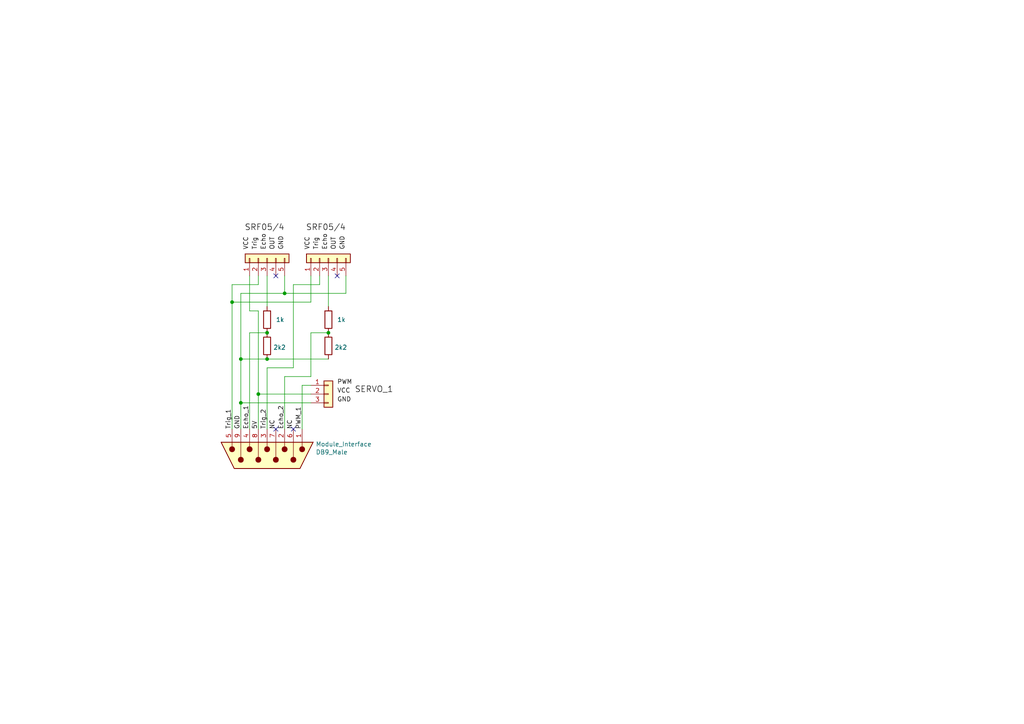
<source format=kicad_sch>
(kicad_sch (version 20211123) (generator eeschema)
  (paper "A4")
  (lib_symbols
    (symbol "Connector:DB9_Male" (pin_names (offset 1.016) hide)
      (property "Reference" "J" (at 0 13.97 0))
      (property "Value" "DB9_Male" (at 0 -14.605 0))
      (symbol "DB9_Male_0_1"
        (circle (center -1.778 -10.16) (radius 0.762) (fill (type outline)))
        (circle (center -1.778 -5.08) (radius 0.762) (fill (type outline)))
        (circle (center -1.778 0) (radius 0.762) (fill (type outline)))
        (circle (center -1.778 5.08) (radius 0.762) (fill (type outline)))
        (circle (center -1.778 10.16) (radius 0.762) (fill (type outline)))
        (polyline (pts (xy -3.81 -10.16) (xy -2.54 -10.16)))
        (polyline (pts (xy -3.81 -7.62) (xy 0.508 -7.62)))
        (polyline (pts (xy -3.81 -5.08) (xy -2.54 -5.08)))
        (polyline (pts (xy -3.81 -2.54) (xy 0.508 -2.54)))
        (polyline (pts (xy -3.81 0) (xy -2.54 0)))
        (polyline (pts (xy -3.81 2.54) (xy 0.508 2.54)))
        (polyline (pts (xy -3.81 5.08) (xy -2.54 5.08)))
        (polyline (pts (xy -3.81 7.62) (xy 0.508 7.62)))
        (polyline (pts (xy -3.81 10.16) (xy -2.54 10.16)))
        (polyline (pts (xy -3.81 -13.335) (xy -3.81 13.335) (xy 3.81 9.525) (xy 3.81 -9.525) (xy -3.81 -13.335)) (stroke (width 0.254)) (fill (type background)))
        (circle (center 1.27 -7.62) (radius 0.762) (fill (type outline)))
        (circle (center 1.27 -2.54) (radius 0.762) (fill (type outline)))
        (circle (center 1.27 2.54) (radius 0.762) (fill (type outline)))
        (circle (center 1.27 7.62) (radius 0.762) (fill (type outline)))
      )
      (symbol "DB9_Male_1_1"
        (pin passive line (at -7.62 -10.16 0) (length 3.81) (name "1") (number "1"))
        (pin passive line (at -7.62 -5.08 0) (length 3.81) (name "2") (number "2"))
        (pin passive line (at -7.62 0 0) (length 3.81) (name "3") (number "3"))
        (pin passive line (at -7.62 5.08 0) (length 3.81) (name "4") (number "4"))
        (pin passive line (at -7.62 10.16 0) (length 3.81) (name "5") (number "5"))
        (pin passive line (at -7.62 -7.62 0) (length 3.81) (name "6") (number "6"))
        (pin passive line (at -7.62 -2.54 0) (length 3.81) (name "7") (number "7"))
        (pin passive line (at -7.62 2.54 0) (length 3.81) (name "8") (number "8"))
        (pin passive line (at -7.62 7.62 0) (length 3.81) (name "9") (number "9"))
      )
    )
    (symbol "Connector_Generic:Conn_01x03" (pin_names (offset 1.016) hide)
      (property "Reference" "J" (at 0 5.08 0))
      (property "Value" "Conn_01x03" (at 0 -5.08 0))
      (symbol "Conn_01x03_1_1"
        (rectangle (start -1.27 -2.413) (end 0 -2.667) (stroke (width 0.1524)))
        (rectangle (start -1.27 0.127) (end 0 -0.127) (stroke (width 0.1524)))
        (rectangle (start -1.27 2.667) (end 0 2.413) (stroke (width 0.1524)))
        (rectangle (start -1.27 3.81) (end 1.27 -3.81) (stroke (width 0.254)) (fill (type background)))
        (pin passive line (at -5.08 2.54 0) (length 3.81) (name "Pin_1") (number "1"))
        (pin passive line (at -5.08 0 0) (length 3.81) (name "Pin_2") (number "2"))
        (pin passive line (at -5.08 -2.54 0) (length 3.81) (name "Pin_3") (number "3"))
      )
    )
    (symbol "Connector_Generic:Conn_01x05" (pin_names (offset 1.016) hide)
      (property "Reference" "J" (at 0 7.62 0))
      (property "Value" "Conn_01x05" (at 0 -7.62 0))
      (symbol "Conn_01x05_1_1"
        (rectangle (start -1.27 -4.953) (end 0 -5.207) (stroke (width 0.1524)))
        (rectangle (start -1.27 -2.413) (end 0 -2.667) (stroke (width 0.1524)))
        (rectangle (start -1.27 0.127) (end 0 -0.127) (stroke (width 0.1524)))
        (rectangle (start -1.27 2.667) (end 0 2.413) (stroke (width 0.1524)))
        (rectangle (start -1.27 5.207) (end 0 4.953) (stroke (width 0.1524)))
        (rectangle (start -1.27 6.35) (end 1.27 -6.35) (stroke (width 0.254)) (fill (type background)))
        (pin passive line (at -5.08 5.08 0) (length 3.81) (name "Pin_1") (number "1"))
        (pin passive line (at -5.08 2.54 0) (length 3.81) (name "Pin_2") (number "2"))
        (pin passive line (at -5.08 0 0) (length 3.81) (name "Pin_3") (number "3"))
        (pin passive line (at -5.08 -2.54 0) (length 3.81) (name "Pin_4") (number "4"))
        (pin passive line (at -5.08 -5.08 0) (length 3.81) (name "Pin_5") (number "5"))
      )
    )
    (symbol "Device:R" (pin_numbers hide) (pin_names (offset 0))
      (property "Reference" "R" (at 2.032 0 90))
      (property "Value" "R" (at 0 0 90))
      (symbol "R_0_1"
        (rectangle (start -1.016 -2.54) (end 1.016 2.54) (stroke (width 0.254)))
      )
      (symbol "R_1_1"
        (pin passive line (at 0 3.81 270) (length 1.27) (name "~") (number "1"))
        (pin passive line (at 0 -3.81 90) (length 1.27) (name "~") (number "2"))
      )
    )
  )
  (junction (at 69.85 116.84))
  (junction (at 69.85 104.14))
  (junction (at 77.47 104.14))
  (junction (at 77.47 96.52))
  (junction (at 82.55 85.09))
  (junction (at 95.25 96.52))
  (junction (at 67.31 87.63))
  (junction (at 74.93 114.3))
  (no_connect (at 80.01 124.46))
  (no_connect (at 85.09 124.46))
  (no_connect (at 97.79 80.01))
  (no_connect (at 80.01 80.01))
  (wire (pts (xy 85.09 106.68) (xy 77.47 106.68)))
  (wire (pts (xy 90.17 80.01) (xy 90.17 87.63)))
  (wire (pts (xy 77.47 106.68) (xy 77.47 124.46)))
  (wire (pts (xy 95.25 96.52) (xy 90.17 96.52)))
  (wire (pts (xy 92.71 82.55) (xy 85.09 82.55)))
  (wire (pts (xy 69.85 85.09) (xy 82.55 85.09)))
  (wire (pts (xy 85.09 82.55) (xy 85.09 106.68)))
  (wire (pts (xy 74.93 114.3) (xy 90.17 114.3)))
  (wire (pts (xy 72.39 80.01) (xy 72.39 90.17)))
  (wire (pts (xy 82.55 85.09) (xy 100.33 85.09)))
  (wire (pts (xy 74.93 114.3) (xy 74.93 124.46)))
  (wire (pts (xy 67.31 87.63) (xy 67.31 124.46)))
  (wire (pts (xy 74.93 80.01) (xy 74.93 82.55)))
  (wire (pts (xy 69.85 104.14) (xy 69.85 85.09)))
  (wire (pts (xy 77.47 80.01) (xy 77.47 88.9)))
  (wire (pts (xy 67.31 82.55) (xy 67.31 87.63)))
  (wire (pts (xy 82.55 124.46) (xy 82.55 109.22)))
  (wire (pts (xy 69.85 116.84) (xy 90.17 116.84)))
  (wire (pts (xy 90.17 111.76) (xy 87.63 111.76)))
  (wire (pts (xy 72.39 96.52) (xy 72.39 124.46)))
  (wire (pts (xy 90.17 109.22) (xy 90.17 96.52)))
  (wire (pts (xy 87.63 111.76) (xy 87.63 124.46)))
  (wire (pts (xy 74.93 90.17) (xy 74.93 114.3)))
  (wire (pts (xy 77.47 104.14) (xy 95.25 104.14)))
  (wire (pts (xy 69.85 104.14) (xy 69.85 116.84)))
  (wire (pts (xy 95.25 80.01) (xy 95.25 88.9)))
  (wire (pts (xy 67.31 87.63) (xy 90.17 87.63)))
  (wire (pts (xy 69.85 116.84) (xy 69.85 124.46)))
  (wire (pts (xy 82.55 85.09) (xy 82.55 80.01)))
  (wire (pts (xy 82.55 109.22) (xy 90.17 109.22)))
  (wire (pts (xy 92.71 80.01) (xy 92.71 82.55)))
  (wire (pts (xy 74.93 82.55) (xy 67.31 82.55)))
  (wire (pts (xy 77.47 96.52) (xy 72.39 96.52)))
  (wire (pts (xy 69.85 104.14) (xy 77.47 104.14)))
  (wire (pts (xy 100.33 85.09) (xy 100.33 80.01)))
  (wire (pts (xy 72.39 90.17) (xy 74.93 90.17)))
  (label "Trig_1" (at 67.31 124.46 90))
  (label "GND" (at 82.55 72.39 90))
  (label "NC" (at 85.09 124.46 90))
  (label "PWM_1" (at 87.63 124.46 90))
  (label "Trig" (at 74.93 72.39 90))
  (label "GND" (at 69.85 124.46 90))
  (label "VCC" (at 90.17 72.39 90))
  (label "Trig" (at 92.71 72.39 90))
  (label "OUT" (at 97.79 72.39 90))
  (label "OUT" (at 80.01 72.39 90))
  (label "VCC" (at 97.79 114.3 0))
  (label "GND" (at 100.33 72.39 90))
  (label "SRF05{slash}4" (at 82.55 67.31 180) (effects (font (size 1.7 1.7))))
  (label "VCC" (at 72.39 72.39 90))
  (label "Echo" (at 95.25 72.39 90))
  (label "SERVO_1" (at 102.87 114.3 0) (effects (font (size 1.7 1.7))))
  (label "Echo_1" (at 72.39 124.46 90))
  (label "5V" (at 74.93 124.46 90))
  (label "GND" (at 97.79 116.84 0))
  (label "Echo" (at 77.47 72.39 90))
  (label "NC" (at 80.01 124.46 90))
  (label "SRF05{slash}4" (at 100.33 67.31 180) (effects (font (size 1.7 1.7))))
  (label "Trig_2" (at 77.47 124.46 90))
  (label "Echo_2" (at 82.55 124.46 90))
  (label "PWM" (at 97.79 111.76 0))
  (symbol (lib_id "Connector:DB9_Male") (at 77.47 132.08 90) (mirror x) (unit 1)
    (property "Reference" "Module_Interface" (at 91.567 128.8288 90) (effects (justify right)))
    (property "Value" "DB9_Male" (at 91.567 131.1402 90) (effects (justify right)))
    (property "Datasheet" " ~" (effects hide))
  )
  (symbol (lib_id "Connector_Generic:Conn_01x03") (at 95.25 114.3 0) (unit 1)
    (property "Reference" "J?" (effects hide))
    (property "Value" "Conn_01x03" (effects hide))
  )
  (symbol (lib_id "Connector_Generic:Conn_01x05") (at 77.47 74.93 90) (unit 1)
    (property "Reference" "J?" (effects hide))
    (property "Value" "Conn_01x05" (effects hide))
  )
  (symbol (lib_id "Device:R") (at 77.47 100.33 180) (unit 1)
    (property "Reference" "R?" (effects hide))
    (property "Value" "2k2" (at 79.248 100.7638 0) (effects (justify right)))
  )
  (symbol (lib_id "Device:R") (at 95.25 92.71 180) (unit 1)
    (property "Reference" "R?" (effects hide))
    (property "Value" "1k" (at 97.79 92.71 0) (effects (justify right)))
  )
  (symbol (lib_id "Device:R") (at 95.25 100.33 180) (unit 1)
    (property "Reference" "R?" (effects hide))
    (property "Value" "2k2" (at 97.028 100.7638 0) (effects (justify right)))
  )
  (symbol (lib_id "Connector_Generic:Conn_01x05") (at 95.25 74.93 90) (unit 1)
    (property "Reference" "J?" (effects hide))
    (property "Value" "Conn_01x05" (effects hide))
  )
  (symbol (lib_id "Device:R") (at 77.47 92.71 180) (unit 1)
    (property "Reference" "R?" (effects hide))
    (property "Value" "1k" (at 80.01 92.71 0) (effects (justify right)))
  )
)
</source>
